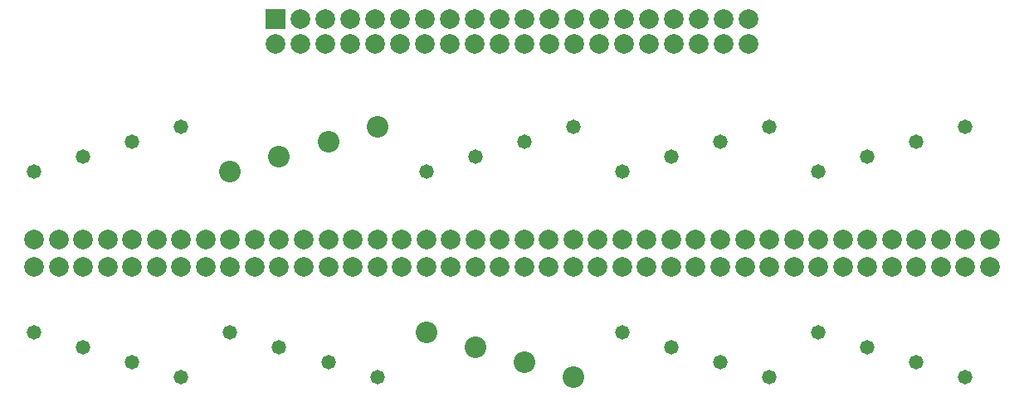
<source format=gts>
G04 Layer_Color=8388736*
%FSLAX25Y25*%
%MOIN*%
G70*
G01*
G75*
%ADD15C,0.07887*%
%ADD16R,0.07887X0.07887*%
%ADD17C,0.08674*%
%ADD18C,0.05800*%
D15*
X413543Y383858D02*
D03*
X493543Y373858D02*
D03*
Y383858D02*
D03*
X483543Y373858D02*
D03*
Y383858D02*
D03*
X473543Y373858D02*
D03*
Y383858D02*
D03*
X463543Y373858D02*
D03*
Y383858D02*
D03*
X453543Y373858D02*
D03*
Y383858D02*
D03*
X443543Y373858D02*
D03*
Y383858D02*
D03*
X433543Y373858D02*
D03*
Y383858D02*
D03*
X423543Y373858D02*
D03*
Y383858D02*
D03*
X413543Y373858D02*
D03*
X403543D02*
D03*
Y383858D02*
D03*
X393543Y373858D02*
D03*
Y383858D02*
D03*
X383543Y373858D02*
D03*
Y383858D02*
D03*
X373543Y373858D02*
D03*
Y383858D02*
D03*
X363543Y373858D02*
D03*
Y383858D02*
D03*
X353543Y373858D02*
D03*
Y383858D02*
D03*
X343543Y373858D02*
D03*
Y383858D02*
D03*
X333543Y373858D02*
D03*
Y383858D02*
D03*
X323543Y373858D02*
D03*
Y383858D02*
D03*
X313543Y373858D02*
D03*
Y383858D02*
D03*
X303543Y373858D02*
D03*
X265748Y295276D02*
D03*
X275590D02*
D03*
Y284252D02*
D03*
X265748D02*
D03*
X246063Y295276D02*
D03*
X255906D02*
D03*
Y284252D02*
D03*
X246063D02*
D03*
X226378Y295276D02*
D03*
X236221D02*
D03*
Y284252D02*
D03*
X226378D02*
D03*
X206693Y295276D02*
D03*
X216535D02*
D03*
Y284252D02*
D03*
X206693D02*
D03*
X344488Y295276D02*
D03*
X354331D02*
D03*
Y284252D02*
D03*
X344488D02*
D03*
X324803Y295276D02*
D03*
X334646D02*
D03*
Y284252D02*
D03*
X324803D02*
D03*
X305118Y295276D02*
D03*
X314961D02*
D03*
Y284252D02*
D03*
X305118D02*
D03*
X285433Y295276D02*
D03*
X295276D02*
D03*
Y284252D02*
D03*
X285433D02*
D03*
X423228Y295276D02*
D03*
X433071D02*
D03*
Y284252D02*
D03*
X423228D02*
D03*
X403543Y295276D02*
D03*
X413386D02*
D03*
Y284252D02*
D03*
X403543D02*
D03*
X383858Y295276D02*
D03*
X393701D02*
D03*
Y284252D02*
D03*
X383858D02*
D03*
X364173Y295276D02*
D03*
X374016D02*
D03*
Y284252D02*
D03*
X364173D02*
D03*
X501968Y295276D02*
D03*
X511811D02*
D03*
Y284252D02*
D03*
X501968D02*
D03*
X482283Y295276D02*
D03*
X492126D02*
D03*
Y284252D02*
D03*
X482283D02*
D03*
X462598Y295276D02*
D03*
X472441D02*
D03*
Y284252D02*
D03*
X462598D02*
D03*
X442913Y295276D02*
D03*
X452756D02*
D03*
Y284252D02*
D03*
X442913D02*
D03*
X580709Y295276D02*
D03*
X590551D02*
D03*
Y284252D02*
D03*
X580709D02*
D03*
X561024Y295276D02*
D03*
X570866D02*
D03*
Y284252D02*
D03*
X561024D02*
D03*
X541339Y295276D02*
D03*
X551181D02*
D03*
Y284252D02*
D03*
X541339D02*
D03*
X521654Y295276D02*
D03*
X531496D02*
D03*
Y284252D02*
D03*
X521654D02*
D03*
D16*
X303543Y383858D02*
D03*
D17*
X423228Y240158D02*
D03*
X403543Y246063D02*
D03*
X383858Y251969D02*
D03*
X364173Y257874D02*
D03*
X285433Y322835D02*
D03*
X305118Y328740D02*
D03*
X344488Y340551D02*
D03*
X324803Y334646D02*
D03*
D18*
X501968Y240158D02*
D03*
X561024Y246063D02*
D03*
X324803D02*
D03*
X482283D02*
D03*
X580709Y240158D02*
D03*
X344488D02*
D03*
X265748D02*
D03*
X246063Y246063D02*
D03*
X541339Y251969D02*
D03*
X462598D02*
D03*
X305118D02*
D03*
X226378D02*
D03*
X521654Y257874D02*
D03*
X442913D02*
D03*
X285433D02*
D03*
X206693D02*
D03*
X206693Y322835D02*
D03*
X364173D02*
D03*
X442913D02*
D03*
X521654D02*
D03*
X226378Y328740D02*
D03*
X383858D02*
D03*
X462598D02*
D03*
X541339D02*
D03*
X246063Y334646D02*
D03*
X265748Y340551D02*
D03*
X580709D02*
D03*
X482283Y334646D02*
D03*
X403543D02*
D03*
X561024D02*
D03*
X501968Y340551D02*
D03*
X423228D02*
D03*
M02*

</source>
